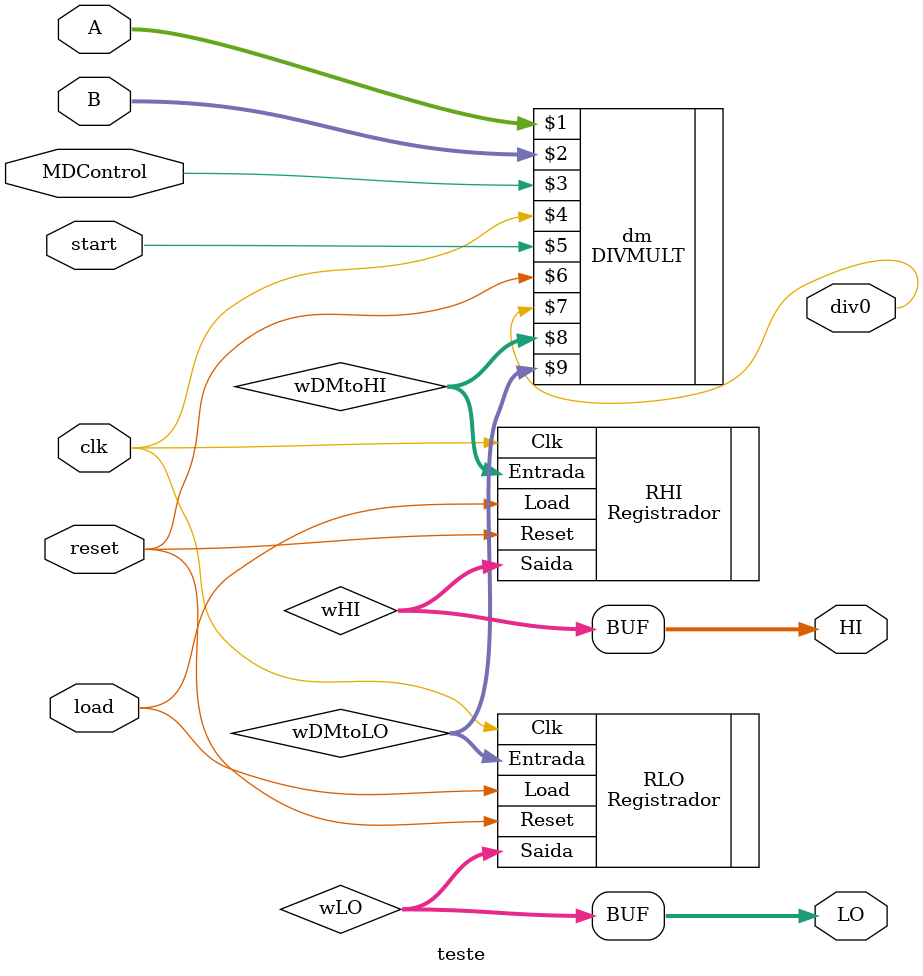
<source format=v>
module teste (
	input wire [31:0] A,
	input wire [31:0] B,
	input wire MDControl,
	input wire clk,
	input wire start,
	input wire reset,
	input wire load,
	output wire [31:0] HI,
	output wire [31:0] LO,
	output wire div0
	);
	
wire [31:0] wDMtoHI;
wire [31:0] wDMtoLO;	
wire [31:0] wHI;
wire [31:0] wLO;

DIVMULT dm(A, B, MDControl, clk, start, reset, div0, wDMtoHI, wDMtoLO);

Registrador RHI(.Clk(clk), .Reset(reset), .Load(load), .Entrada(wDMtoHI), .Saida(wHI));
Registrador RLO(.Clk(clk), .Reset(reset), .Load(load), .Entrada(wDMtoLO), .Saida(wLO));

assign HI = wHI;
assign LO = wLO;

endmodule

</source>
